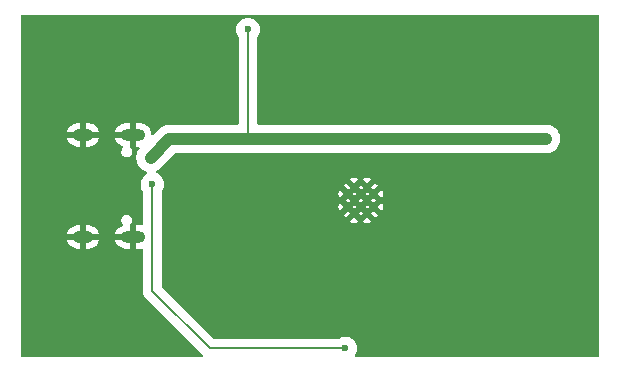
<source format=gbl>
%TF.GenerationSoftware,KiCad,Pcbnew,8.0.6*%
%TF.CreationDate,2024-12-09T16:08:49+11:00*%
%TF.ProjectId,PropellerLampMate,50726f70-656c-46c6-9572-4c616d704d61,rev?*%
%TF.SameCoordinates,Original*%
%TF.FileFunction,Copper,L2,Bot*%
%TF.FilePolarity,Positive*%
%FSLAX46Y46*%
G04 Gerber Fmt 4.6, Leading zero omitted, Abs format (unit mm)*
G04 Created by KiCad (PCBNEW 8.0.6) date 2024-12-09 16:08:49*
%MOMM*%
%LPD*%
G01*
G04 APERTURE LIST*
%TA.AperFunction,ComponentPad*%
%ADD10O,2.100000X1.000000*%
%TD*%
%TA.AperFunction,ComponentPad*%
%ADD11O,1.800000X1.000000*%
%TD*%
%TA.AperFunction,HeatsinkPad*%
%ADD12C,0.600000*%
%TD*%
%TA.AperFunction,ViaPad*%
%ADD13C,0.600000*%
%TD*%
%TA.AperFunction,Conductor*%
%ADD14C,0.200000*%
%TD*%
%TA.AperFunction,Conductor*%
%ADD15C,1.000000*%
%TD*%
G04 APERTURE END LIST*
D10*
%TO.P,J101,S1,SHIELD*%
%TO.N,GND*%
X152000000Y-53680000D03*
D11*
X147800000Y-53680000D03*
D10*
X152000000Y-62320000D03*
D11*
X147800000Y-62320000D03*
%TD*%
D12*
%TO.P,U104,19,GND*%
%TO.N,GND*%
X171850000Y-58110000D03*
X170750000Y-58110000D03*
X172400000Y-58660000D03*
X171300000Y-58660000D03*
X170200000Y-58660000D03*
X171850000Y-59210000D03*
X170750000Y-59210000D03*
X172400000Y-59760000D03*
X171300000Y-59760000D03*
X170200000Y-59760000D03*
X171850000Y-60310000D03*
X170750000Y-60310000D03*
%TD*%
D13*
%TO.N,GND*%
X161800001Y-55500000D03*
X176000000Y-45100000D03*
X188500000Y-63750000D03*
X187000000Y-64250000D03*
X171299265Y-45049265D03*
X181500000Y-71500000D03*
X177000000Y-71500000D03*
X165500000Y-48250000D03*
X180252936Y-69753154D03*
X158500000Y-60000000D03*
%TO.N,/USB_D+*%
X153653012Y-57850000D03*
X170000000Y-71750000D03*
%TO.N,+5V*%
X187000000Y-54000000D03*
X153500000Y-55600000D03*
X161750000Y-44750000D03*
%TD*%
D14*
%TO.N,/USB_D+*%
X153653012Y-66903012D02*
X153653012Y-57850000D01*
X170000000Y-71750000D02*
X158500000Y-71750000D01*
X158500000Y-71750000D02*
X153653012Y-66903012D01*
D15*
%TO.N,+5V*%
X183500000Y-54000000D02*
X155100000Y-54000000D01*
X187000000Y-54000000D02*
X183500000Y-54000000D01*
D14*
X161750000Y-44750000D02*
X161750000Y-54000000D01*
D15*
X155100000Y-54000000D02*
X153500000Y-55600000D01*
%TD*%
%TA.AperFunction,Conductor*%
%TO.N,GND*%
G36*
X161750227Y-43513807D02*
G01*
X161771986Y-43502672D01*
X161795091Y-43500500D01*
X191375500Y-43500500D01*
X191442539Y-43520185D01*
X191488294Y-43572989D01*
X191499500Y-43624500D01*
X191499500Y-72375500D01*
X191479815Y-72442539D01*
X191427011Y-72488294D01*
X191375500Y-72499500D01*
X170940301Y-72499500D01*
X170873262Y-72479815D01*
X170827507Y-72427011D01*
X170817563Y-72357853D01*
X170834172Y-72314516D01*
X170833039Y-72313911D01*
X170928811Y-72134733D01*
X170928811Y-72134732D01*
X170928814Y-72134727D01*
X170986024Y-71946132D01*
X171005341Y-71750000D01*
X170986024Y-71553868D01*
X170928814Y-71365273D01*
X170928811Y-71365269D01*
X170928811Y-71365266D01*
X170835913Y-71191467D01*
X170835909Y-71191460D01*
X170710883Y-71039116D01*
X170558539Y-70914090D01*
X170558532Y-70914086D01*
X170384733Y-70821188D01*
X170384727Y-70821186D01*
X170196132Y-70763976D01*
X170196129Y-70763975D01*
X170000000Y-70744659D01*
X169803870Y-70763975D01*
X169615266Y-70821188D01*
X169441467Y-70914086D01*
X169441465Y-70914087D01*
X169437276Y-70917525D01*
X169432612Y-70921352D01*
X169368304Y-70948666D01*
X169353947Y-70949500D01*
X158882940Y-70949500D01*
X158815901Y-70929815D01*
X158795259Y-70913181D01*
X154489831Y-66607753D01*
X154456346Y-66546430D01*
X154453512Y-66520072D01*
X154453512Y-61026660D01*
X170386892Y-61026660D01*
X170386892Y-61026661D01*
X170400692Y-61035333D01*
X170400691Y-61035333D01*
X170570861Y-61094878D01*
X170749997Y-61115062D01*
X170750003Y-61115062D01*
X170929138Y-61094878D01*
X170929141Y-61094877D01*
X171099305Y-61035334D01*
X171099306Y-61035334D01*
X171113106Y-61026661D01*
X171113106Y-61026660D01*
X171486892Y-61026660D01*
X171486892Y-61026661D01*
X171500692Y-61035333D01*
X171500691Y-61035333D01*
X171670861Y-61094878D01*
X171849997Y-61115062D01*
X171850003Y-61115062D01*
X172029138Y-61094878D01*
X172029141Y-61094877D01*
X172199305Y-61035334D01*
X172199306Y-61035334D01*
X172213106Y-61026661D01*
X172213106Y-61026660D01*
X171850001Y-60663553D01*
X171850000Y-60663553D01*
X171486892Y-61026660D01*
X171113106Y-61026660D01*
X170750001Y-60663553D01*
X170750000Y-60663553D01*
X170386892Y-61026660D01*
X154453512Y-61026660D01*
X154453512Y-60476660D01*
X169836892Y-60476660D01*
X169836892Y-60476661D01*
X169850692Y-60485333D01*
X169850699Y-60485336D01*
X169923205Y-60510708D01*
X169979981Y-60551430D01*
X169999291Y-60586793D01*
X170024664Y-60659302D01*
X170033338Y-60673107D01*
X170396446Y-60310000D01*
X170376555Y-60290109D01*
X170650000Y-60290109D01*
X170650000Y-60329891D01*
X170665224Y-60366645D01*
X170693355Y-60394776D01*
X170730109Y-60410000D01*
X170769891Y-60410000D01*
X170806645Y-60394776D01*
X170834776Y-60366645D01*
X170850000Y-60329891D01*
X170850000Y-60309999D01*
X171103553Y-60309999D01*
X171300000Y-60506446D01*
X171496446Y-60310000D01*
X171476555Y-60290109D01*
X171750000Y-60290109D01*
X171750000Y-60329891D01*
X171765224Y-60366645D01*
X171793355Y-60394776D01*
X171830109Y-60410000D01*
X171869891Y-60410000D01*
X171906645Y-60394776D01*
X171934776Y-60366645D01*
X171950000Y-60329891D01*
X171950000Y-60310000D01*
X172203553Y-60310000D01*
X172566660Y-60673106D01*
X172566661Y-60673106D01*
X172575334Y-60659306D01*
X172575334Y-60659305D01*
X172600707Y-60586795D01*
X172641429Y-60530019D01*
X172676795Y-60510707D01*
X172749305Y-60485334D01*
X172749306Y-60485334D01*
X172763106Y-60476661D01*
X172763106Y-60476660D01*
X172400000Y-60113553D01*
X172334241Y-60179313D01*
X172334240Y-60179314D01*
X172203553Y-60310000D01*
X171950000Y-60310000D01*
X171950000Y-60290109D01*
X171934776Y-60253355D01*
X171906645Y-60225224D01*
X171869891Y-60210000D01*
X171830109Y-60210000D01*
X171793355Y-60225224D01*
X171765224Y-60253355D01*
X171750000Y-60290109D01*
X171476555Y-60290109D01*
X171365760Y-60179314D01*
X171300000Y-60113553D01*
X171234241Y-60179313D01*
X171234240Y-60179314D01*
X171103553Y-60309999D01*
X170850000Y-60309999D01*
X170850000Y-60290109D01*
X170834776Y-60253355D01*
X170806645Y-60225224D01*
X170769891Y-60210000D01*
X170730109Y-60210000D01*
X170693355Y-60225224D01*
X170665224Y-60253355D01*
X170650000Y-60290109D01*
X170376555Y-60290109D01*
X170199999Y-60113553D01*
X170199998Y-60113553D01*
X169836892Y-60476660D01*
X154453512Y-60476660D01*
X154453512Y-59759997D01*
X169394938Y-59759997D01*
X169394938Y-59760002D01*
X169415121Y-59939138D01*
X169474665Y-60109304D01*
X169483338Y-60123107D01*
X169846446Y-59760000D01*
X169846446Y-59759999D01*
X169826556Y-59740109D01*
X170100000Y-59740109D01*
X170100000Y-59779891D01*
X170115224Y-59816645D01*
X170143355Y-59844776D01*
X170180109Y-59860000D01*
X170219891Y-59860000D01*
X170256645Y-59844776D01*
X170284776Y-59816645D01*
X170300000Y-59779891D01*
X170300000Y-59760000D01*
X170553553Y-59760000D01*
X170599645Y-59806091D01*
X170750000Y-59956446D01*
X170946446Y-59760000D01*
X170926555Y-59740109D01*
X171200000Y-59740109D01*
X171200000Y-59779891D01*
X171215224Y-59816645D01*
X171243355Y-59844776D01*
X171280109Y-59860000D01*
X171319891Y-59860000D01*
X171356645Y-59844776D01*
X171384776Y-59816645D01*
X171400000Y-59779891D01*
X171400000Y-59760000D01*
X171653553Y-59760000D01*
X171699645Y-59806091D01*
X171850000Y-59956446D01*
X172046446Y-59760000D01*
X172026555Y-59740109D01*
X172300000Y-59740109D01*
X172300000Y-59779891D01*
X172315224Y-59816645D01*
X172343355Y-59844776D01*
X172380109Y-59860000D01*
X172419891Y-59860000D01*
X172456645Y-59844776D01*
X172484776Y-59816645D01*
X172500000Y-59779891D01*
X172500000Y-59760000D01*
X172753552Y-59760000D01*
X173116660Y-60123106D01*
X173116661Y-60123106D01*
X173125334Y-60109306D01*
X173125334Y-60109305D01*
X173184877Y-59939141D01*
X173184878Y-59939138D01*
X173205062Y-59760002D01*
X173205062Y-59759997D01*
X173184878Y-59580861D01*
X173125333Y-59410692D01*
X173116661Y-59396892D01*
X173116660Y-59396892D01*
X172753552Y-59760000D01*
X172500000Y-59760000D01*
X172500000Y-59740109D01*
X172484776Y-59703355D01*
X172456645Y-59675224D01*
X172419891Y-59660000D01*
X172380109Y-59660000D01*
X172343355Y-59675224D01*
X172315224Y-59703355D01*
X172300000Y-59740109D01*
X172026555Y-59740109D01*
X171915760Y-59629314D01*
X171850000Y-59563553D01*
X171784241Y-59629313D01*
X171784240Y-59629314D01*
X171653553Y-59760000D01*
X171400000Y-59760000D01*
X171400000Y-59740109D01*
X171384776Y-59703355D01*
X171356645Y-59675224D01*
X171319891Y-59660000D01*
X171280109Y-59660000D01*
X171243355Y-59675224D01*
X171215224Y-59703355D01*
X171200000Y-59740109D01*
X170926555Y-59740109D01*
X170815760Y-59629314D01*
X170750000Y-59563553D01*
X170684241Y-59629313D01*
X170684240Y-59629314D01*
X170553553Y-59760000D01*
X170300000Y-59760000D01*
X170300000Y-59740109D01*
X170284776Y-59703355D01*
X170256645Y-59675224D01*
X170219891Y-59660000D01*
X170180109Y-59660000D01*
X170143355Y-59675224D01*
X170115224Y-59703355D01*
X170100000Y-59740109D01*
X169826556Y-59740109D01*
X169483338Y-59396891D01*
X169483337Y-59396891D01*
X169474667Y-59410691D01*
X169474662Y-59410701D01*
X169415122Y-59580858D01*
X169415121Y-59580861D01*
X169394938Y-59759997D01*
X154453512Y-59759997D01*
X154453512Y-59210000D01*
X170003553Y-59210000D01*
X170003553Y-59210001D01*
X170199998Y-59406446D01*
X170199999Y-59406446D01*
X170350355Y-59256091D01*
X170396446Y-59210000D01*
X170376555Y-59190109D01*
X170650000Y-59190109D01*
X170650000Y-59229891D01*
X170665224Y-59266645D01*
X170693355Y-59294776D01*
X170730109Y-59310000D01*
X170769891Y-59310000D01*
X170806645Y-59294776D01*
X170834776Y-59266645D01*
X170850000Y-59229891D01*
X170850000Y-59210000D01*
X171103553Y-59210000D01*
X171149645Y-59256091D01*
X171300000Y-59406446D01*
X171496446Y-59210000D01*
X171476555Y-59190109D01*
X171750000Y-59190109D01*
X171750000Y-59229891D01*
X171765224Y-59266645D01*
X171793355Y-59294776D01*
X171830109Y-59310000D01*
X171869891Y-59310000D01*
X171906645Y-59294776D01*
X171934776Y-59266645D01*
X171950000Y-59229891D01*
X171950000Y-59210000D01*
X172203553Y-59210000D01*
X172249645Y-59256091D01*
X172400000Y-59406446D01*
X172596446Y-59210000D01*
X172400000Y-59013553D01*
X172334241Y-59079313D01*
X172334240Y-59079314D01*
X172203553Y-59210000D01*
X171950000Y-59210000D01*
X171950000Y-59190109D01*
X171934776Y-59153355D01*
X171906645Y-59125224D01*
X171869891Y-59110000D01*
X171830109Y-59110000D01*
X171793355Y-59125224D01*
X171765224Y-59153355D01*
X171750000Y-59190109D01*
X171476555Y-59190109D01*
X171365760Y-59079314D01*
X171300000Y-59013553D01*
X171234241Y-59079313D01*
X171234240Y-59079314D01*
X171103553Y-59210000D01*
X170850000Y-59210000D01*
X170850000Y-59190109D01*
X170834776Y-59153355D01*
X170806645Y-59125224D01*
X170769891Y-59110000D01*
X170730109Y-59110000D01*
X170693355Y-59125224D01*
X170665224Y-59153355D01*
X170650000Y-59190109D01*
X170376555Y-59190109D01*
X170199999Y-59013553D01*
X170003553Y-59210000D01*
X154453512Y-59210000D01*
X154453512Y-58659997D01*
X169394938Y-58659997D01*
X169394938Y-58660002D01*
X169415121Y-58839138D01*
X169474665Y-59009304D01*
X169483338Y-59023107D01*
X169846446Y-58660000D01*
X169846446Y-58659999D01*
X169826556Y-58640109D01*
X170100000Y-58640109D01*
X170100000Y-58679891D01*
X170115224Y-58716645D01*
X170143355Y-58744776D01*
X170180109Y-58760000D01*
X170219891Y-58760000D01*
X170256645Y-58744776D01*
X170284776Y-58716645D01*
X170300000Y-58679891D01*
X170300000Y-58660000D01*
X170553553Y-58660000D01*
X170599645Y-58706091D01*
X170750000Y-58856446D01*
X170946446Y-58660000D01*
X170926555Y-58640109D01*
X171200000Y-58640109D01*
X171200000Y-58679891D01*
X171215224Y-58716645D01*
X171243355Y-58744776D01*
X171280109Y-58760000D01*
X171319891Y-58760000D01*
X171356645Y-58744776D01*
X171384776Y-58716645D01*
X171400000Y-58679891D01*
X171400000Y-58660000D01*
X171653553Y-58660000D01*
X171699645Y-58706091D01*
X171850000Y-58856446D01*
X172046446Y-58660000D01*
X172026555Y-58640109D01*
X172300000Y-58640109D01*
X172300000Y-58679891D01*
X172315224Y-58716645D01*
X172343355Y-58744776D01*
X172380109Y-58760000D01*
X172419891Y-58760000D01*
X172456645Y-58744776D01*
X172484776Y-58716645D01*
X172500000Y-58679891D01*
X172500000Y-58660000D01*
X172753552Y-58660000D01*
X173116660Y-59023106D01*
X173116661Y-59023106D01*
X173125334Y-59009306D01*
X173125334Y-59009305D01*
X173184877Y-58839141D01*
X173184878Y-58839138D01*
X173205062Y-58660002D01*
X173205062Y-58659997D01*
X173184878Y-58480861D01*
X173125333Y-58310692D01*
X173116661Y-58296892D01*
X173116660Y-58296892D01*
X172753552Y-58660000D01*
X172500000Y-58660000D01*
X172500000Y-58640109D01*
X172484776Y-58603355D01*
X172456645Y-58575224D01*
X172419891Y-58560000D01*
X172380109Y-58560000D01*
X172343355Y-58575224D01*
X172315224Y-58603355D01*
X172300000Y-58640109D01*
X172026555Y-58640109D01*
X171915760Y-58529314D01*
X171850000Y-58463553D01*
X171784241Y-58529313D01*
X171784240Y-58529314D01*
X171653553Y-58660000D01*
X171400000Y-58660000D01*
X171400000Y-58640109D01*
X171384776Y-58603355D01*
X171356645Y-58575224D01*
X171319891Y-58560000D01*
X171280109Y-58560000D01*
X171243355Y-58575224D01*
X171215224Y-58603355D01*
X171200000Y-58640109D01*
X170926555Y-58640109D01*
X170815760Y-58529314D01*
X170750000Y-58463553D01*
X170684241Y-58529313D01*
X170684240Y-58529314D01*
X170553553Y-58660000D01*
X170300000Y-58660000D01*
X170300000Y-58640109D01*
X170284776Y-58603355D01*
X170256645Y-58575224D01*
X170219891Y-58560000D01*
X170180109Y-58560000D01*
X170143355Y-58575224D01*
X170115224Y-58603355D01*
X170100000Y-58640109D01*
X169826556Y-58640109D01*
X169483338Y-58296891D01*
X169483337Y-58296891D01*
X169474667Y-58310691D01*
X169474662Y-58310701D01*
X169415122Y-58480858D01*
X169415121Y-58480861D01*
X169394938Y-58659997D01*
X154453512Y-58659997D01*
X154453512Y-58496052D01*
X154473197Y-58429013D01*
X154481655Y-58417392D01*
X154488922Y-58408538D01*
X154581826Y-58234727D01*
X154639036Y-58046132D01*
X154649160Y-57943338D01*
X169836891Y-57943338D01*
X170199998Y-58306446D01*
X170348395Y-58158051D01*
X170396446Y-58109998D01*
X170376557Y-58090109D01*
X170650000Y-58090109D01*
X170650000Y-58129891D01*
X170665224Y-58166645D01*
X170693355Y-58194776D01*
X170730109Y-58210000D01*
X170769891Y-58210000D01*
X170806645Y-58194776D01*
X170834776Y-58166645D01*
X170850000Y-58129891D01*
X170850000Y-58109999D01*
X171103553Y-58109999D01*
X171300000Y-58306446D01*
X171448393Y-58158053D01*
X171496446Y-58109998D01*
X171476557Y-58090109D01*
X171750000Y-58090109D01*
X171750000Y-58129891D01*
X171765224Y-58166645D01*
X171793355Y-58194776D01*
X171830109Y-58210000D01*
X171869891Y-58210000D01*
X171906645Y-58194776D01*
X171934776Y-58166645D01*
X171950000Y-58129891D01*
X171950000Y-58109998D01*
X172203553Y-58109998D01*
X172203553Y-58109999D01*
X172400000Y-58306446D01*
X172400001Y-58306446D01*
X172763107Y-57943338D01*
X172749302Y-57934664D01*
X172676793Y-57909291D01*
X172620017Y-57868569D01*
X172600708Y-57833205D01*
X172575336Y-57760699D01*
X172575333Y-57760692D01*
X172566661Y-57746892D01*
X172566660Y-57746892D01*
X172203553Y-58109998D01*
X171950000Y-58109998D01*
X171950000Y-58090109D01*
X171934776Y-58053355D01*
X171906645Y-58025224D01*
X171869891Y-58010000D01*
X171830109Y-58010000D01*
X171793355Y-58025224D01*
X171765224Y-58053355D01*
X171750000Y-58090109D01*
X171476557Y-58090109D01*
X171300001Y-57913553D01*
X171103553Y-58109999D01*
X170850000Y-58109999D01*
X170850000Y-58090109D01*
X170834776Y-58053355D01*
X170806645Y-58025224D01*
X170769891Y-58010000D01*
X170730109Y-58010000D01*
X170693355Y-58025224D01*
X170665224Y-58053355D01*
X170650000Y-58090109D01*
X170376557Y-58090109D01*
X170033338Y-57746891D01*
X170024664Y-57760695D01*
X170024659Y-57760705D01*
X169999291Y-57833205D01*
X169958569Y-57889981D01*
X169923205Y-57909291D01*
X169850705Y-57934659D01*
X169850695Y-57934664D01*
X169836891Y-57943338D01*
X154649160Y-57943338D01*
X154658353Y-57850000D01*
X154639036Y-57653868D01*
X154581826Y-57465273D01*
X154581823Y-57465269D01*
X154581823Y-57465266D01*
X154543376Y-57393337D01*
X170386891Y-57393337D01*
X170386891Y-57393338D01*
X170750000Y-57756446D01*
X170750001Y-57756446D01*
X171113107Y-57393338D01*
X171113105Y-57393337D01*
X171486891Y-57393337D01*
X171486891Y-57393338D01*
X171850000Y-57756446D01*
X171850001Y-57756446D01*
X172213107Y-57393338D01*
X172199304Y-57384665D01*
X172029138Y-57325121D01*
X171850003Y-57304938D01*
X171849997Y-57304938D01*
X171670861Y-57325121D01*
X171670858Y-57325122D01*
X171500701Y-57384662D01*
X171500691Y-57384667D01*
X171486891Y-57393337D01*
X171113105Y-57393337D01*
X171099304Y-57384665D01*
X170929138Y-57325121D01*
X170750003Y-57304938D01*
X170749997Y-57304938D01*
X170570861Y-57325121D01*
X170570858Y-57325122D01*
X170400701Y-57384662D01*
X170400691Y-57384667D01*
X170386891Y-57393337D01*
X154543376Y-57393337D01*
X154488925Y-57291467D01*
X154488921Y-57291460D01*
X154363895Y-57139116D01*
X154211551Y-57014090D01*
X154211544Y-57014086D01*
X154037742Y-56921187D01*
X154027480Y-56918074D01*
X153969042Y-56879775D01*
X153940587Y-56815962D01*
X153951149Y-56746896D01*
X153997374Y-56694503D01*
X154007174Y-56688934D01*
X154129199Y-56626760D01*
X154282074Y-56515690D01*
X155560944Y-55236818D01*
X155622267Y-55203334D01*
X155648625Y-55200500D01*
X187094486Y-55200500D01*
X187281118Y-55170940D01*
X187460832Y-55112547D01*
X187629199Y-55026760D01*
X187782073Y-54915690D01*
X187915690Y-54782073D01*
X188026760Y-54629199D01*
X188112547Y-54460832D01*
X188170940Y-54281118D01*
X188200500Y-54094486D01*
X188200500Y-53905513D01*
X188170940Y-53718881D01*
X188142030Y-53629908D01*
X188112547Y-53539168D01*
X188112545Y-53539165D01*
X188112545Y-53539163D01*
X188035685Y-53388318D01*
X188026760Y-53370801D01*
X187915690Y-53217927D01*
X187782073Y-53084310D01*
X187629199Y-52973240D01*
X187460836Y-52887454D01*
X187281118Y-52829059D01*
X187094486Y-52799500D01*
X187094481Y-52799500D01*
X183594481Y-52799500D01*
X162674500Y-52799500D01*
X162607461Y-52779815D01*
X162561706Y-52727011D01*
X162550500Y-52675500D01*
X162550500Y-45396052D01*
X162570185Y-45329013D01*
X162578643Y-45317392D01*
X162585910Y-45308538D01*
X162678814Y-45134727D01*
X162736024Y-44946132D01*
X162755341Y-44750000D01*
X162736024Y-44553868D01*
X162678814Y-44365273D01*
X162678811Y-44365269D01*
X162678811Y-44365266D01*
X162585913Y-44191467D01*
X162585909Y-44191460D01*
X162460883Y-44039116D01*
X162308539Y-43914090D01*
X162308532Y-43914086D01*
X162134733Y-43821188D01*
X162134727Y-43821186D01*
X161946132Y-43763976D01*
X161946129Y-43763975D01*
X161782937Y-43747903D01*
X161752242Y-43735508D01*
X161739844Y-43743477D01*
X161717063Y-43747903D01*
X161553870Y-43763975D01*
X161365266Y-43821188D01*
X161191467Y-43914086D01*
X161191460Y-43914090D01*
X161039116Y-44039116D01*
X160914090Y-44191460D01*
X160914086Y-44191467D01*
X160821188Y-44365266D01*
X160763975Y-44553870D01*
X160744659Y-44750000D01*
X160763975Y-44946129D01*
X160821187Y-45134730D01*
X160914090Y-45308538D01*
X160921350Y-45317385D01*
X160948666Y-45381691D01*
X160949500Y-45396052D01*
X160949500Y-52675500D01*
X160929815Y-52742539D01*
X160877011Y-52788294D01*
X160825500Y-52799500D01*
X155005514Y-52799500D01*
X154818881Y-52829059D01*
X154639163Y-52887454D01*
X154470800Y-52973240D01*
X154383579Y-53036610D01*
X154317927Y-53084310D01*
X154317925Y-53084312D01*
X154317923Y-53084312D01*
X153758956Y-53643279D01*
X153697633Y-53676764D01*
X153627941Y-53671780D01*
X153572008Y-53629908D01*
X153549658Y-53579789D01*
X153511572Y-53388318D01*
X153511569Y-53388306D01*
X153436192Y-53206328D01*
X153436185Y-53206315D01*
X153326751Y-53042537D01*
X153326748Y-53042533D01*
X153187466Y-52903251D01*
X153187462Y-52903248D01*
X153023684Y-52793814D01*
X153023671Y-52793807D01*
X152841693Y-52718430D01*
X152841681Y-52718427D01*
X152648495Y-52680000D01*
X152250000Y-52680000D01*
X152250000Y-53380000D01*
X151750000Y-53380000D01*
X151750000Y-52680000D01*
X151351504Y-52680000D01*
X151158318Y-52718427D01*
X151158306Y-52718430D01*
X150976328Y-52793807D01*
X150976315Y-52793814D01*
X150812537Y-52903248D01*
X150812533Y-52903251D01*
X150673251Y-53042533D01*
X150673248Y-53042537D01*
X150563814Y-53206315D01*
X150563807Y-53206328D01*
X150488430Y-53388307D01*
X150488430Y-53388309D01*
X150480138Y-53430000D01*
X151283012Y-53430000D01*
X151265795Y-53439940D01*
X151209940Y-53495795D01*
X151170444Y-53564204D01*
X151150000Y-53640504D01*
X151150000Y-53719496D01*
X151170444Y-53795796D01*
X151209940Y-53864205D01*
X151265795Y-53920060D01*
X151283012Y-53930000D01*
X150480138Y-53930000D01*
X150488430Y-53971690D01*
X150488430Y-53971692D01*
X150563807Y-54153671D01*
X150563814Y-54153684D01*
X150673248Y-54317462D01*
X150673251Y-54317466D01*
X150812533Y-54456748D01*
X150812537Y-54456751D01*
X150976315Y-54566185D01*
X150976319Y-54566187D01*
X151070055Y-54605013D01*
X151124459Y-54648854D01*
X151146524Y-54715148D01*
X151129245Y-54782847D01*
X151110287Y-54807254D01*
X151099504Y-54818037D01*
X151036905Y-54926463D01*
X151036905Y-54926464D01*
X151004500Y-55047399D01*
X151004500Y-55172601D01*
X151036905Y-55293536D01*
X151099505Y-55401964D01*
X151188036Y-55490495D01*
X151296464Y-55553095D01*
X151417399Y-55585500D01*
X151417401Y-55585500D01*
X151542599Y-55585500D01*
X151542601Y-55585500D01*
X151663536Y-55553095D01*
X151771964Y-55490495D01*
X151860495Y-55401964D01*
X151923095Y-55293536D01*
X151955500Y-55172601D01*
X151955500Y-55047399D01*
X151923095Y-54926464D01*
X151860495Y-54818036D01*
X151786319Y-54743860D01*
X151752834Y-54682537D01*
X151750000Y-54656179D01*
X151750000Y-53980000D01*
X152250000Y-53980000D01*
X152250000Y-54680000D01*
X152441155Y-54680000D01*
X152508194Y-54699685D01*
X152553949Y-54752489D01*
X152563893Y-54821647D01*
X152541473Y-54876885D01*
X152473242Y-54970797D01*
X152387454Y-55139163D01*
X152329059Y-55318881D01*
X152299500Y-55505513D01*
X152299500Y-55694486D01*
X152329059Y-55881118D01*
X152387454Y-56060836D01*
X152473240Y-56229199D01*
X152584310Y-56382074D01*
X152717926Y-56515690D01*
X152870801Y-56626760D01*
X152950347Y-56667290D01*
X153039163Y-56712545D01*
X153039165Y-56712545D01*
X153039168Y-56712547D01*
X153131525Y-56742556D01*
X153147440Y-56747727D01*
X153205115Y-56787165D01*
X153232313Y-56851524D01*
X153220398Y-56920370D01*
X153173153Y-56971846D01*
X153167575Y-56975016D01*
X153094475Y-57014088D01*
X153094472Y-57014090D01*
X152942128Y-57139116D01*
X152817102Y-57291460D01*
X152817098Y-57291467D01*
X152724200Y-57465266D01*
X152666987Y-57653870D01*
X152647671Y-57850000D01*
X152666987Y-58046129D01*
X152724199Y-58234730D01*
X152764802Y-58310692D01*
X152817102Y-58408538D01*
X152824362Y-58417385D01*
X152851678Y-58481691D01*
X152852512Y-58496052D01*
X152852512Y-61209487D01*
X152832827Y-61276526D01*
X152780023Y-61322281D01*
X152710865Y-61332225D01*
X152704322Y-61331105D01*
X152648490Y-61320000D01*
X152250000Y-61320000D01*
X152250000Y-62020000D01*
X151750000Y-62020000D01*
X151750000Y-61343821D01*
X151769685Y-61276782D01*
X151786319Y-61256140D01*
X151788393Y-61254066D01*
X151860495Y-61181964D01*
X151923095Y-61073536D01*
X151955500Y-60952601D01*
X151955500Y-60827399D01*
X151923095Y-60706464D01*
X151860495Y-60598036D01*
X151771964Y-60509505D01*
X151663536Y-60446905D01*
X151663537Y-60446905D01*
X151623224Y-60436103D01*
X151542601Y-60414500D01*
X151417399Y-60414500D01*
X151336775Y-60436103D01*
X151296463Y-60446905D01*
X151188037Y-60509504D01*
X151188034Y-60509506D01*
X151099506Y-60598034D01*
X151099504Y-60598037D01*
X151036905Y-60706463D01*
X151036905Y-60706464D01*
X151004500Y-60827399D01*
X151004500Y-60952601D01*
X151026669Y-61035334D01*
X151036905Y-61073536D01*
X151099504Y-61181962D01*
X151099506Y-61181965D01*
X151110284Y-61192743D01*
X151143769Y-61254066D01*
X151138785Y-61323758D01*
X151096913Y-61379691D01*
X151070056Y-61394985D01*
X150976324Y-61433809D01*
X150976315Y-61433814D01*
X150812537Y-61543248D01*
X150812533Y-61543251D01*
X150673251Y-61682533D01*
X150673248Y-61682537D01*
X150563814Y-61846315D01*
X150563807Y-61846328D01*
X150488430Y-62028307D01*
X150488430Y-62028309D01*
X150480138Y-62070000D01*
X151283012Y-62070000D01*
X151265795Y-62079940D01*
X151209940Y-62135795D01*
X151170444Y-62204204D01*
X151150000Y-62280504D01*
X151150000Y-62359496D01*
X151170444Y-62435796D01*
X151209940Y-62504205D01*
X151265795Y-62560060D01*
X151283012Y-62570000D01*
X150480138Y-62570000D01*
X150488430Y-62611690D01*
X150488430Y-62611692D01*
X150563807Y-62793671D01*
X150563814Y-62793684D01*
X150673248Y-62957462D01*
X150673251Y-62957466D01*
X150812533Y-63096748D01*
X150812537Y-63096751D01*
X150976315Y-63206185D01*
X150976328Y-63206192D01*
X151158306Y-63281569D01*
X151158318Y-63281572D01*
X151351504Y-63319999D01*
X151351508Y-63320000D01*
X151750000Y-63320000D01*
X151750000Y-62620000D01*
X152250000Y-62620000D01*
X152250000Y-63320000D01*
X152648492Y-63320000D01*
X152648492Y-63319999D01*
X152704320Y-63308895D01*
X152773912Y-63315122D01*
X152829089Y-63357985D01*
X152852334Y-63423875D01*
X152852512Y-63430512D01*
X152852512Y-66981858D01*
X152883273Y-67136501D01*
X152883276Y-67136513D01*
X152943614Y-67282184D01*
X152943621Y-67282197D01*
X153031222Y-67413300D01*
X153031225Y-67413304D01*
X157878211Y-72260289D01*
X157905741Y-72287819D01*
X157939226Y-72349142D01*
X157934242Y-72418834D01*
X157892370Y-72474767D01*
X157826906Y-72499184D01*
X157818060Y-72499500D01*
X142624500Y-72499500D01*
X142557461Y-72479815D01*
X142511706Y-72427011D01*
X142500500Y-72375500D01*
X142500500Y-62070000D01*
X146430138Y-62070000D01*
X147233012Y-62070000D01*
X147215795Y-62079940D01*
X147159940Y-62135795D01*
X147120444Y-62204204D01*
X147100000Y-62280504D01*
X147100000Y-62359496D01*
X147120444Y-62435796D01*
X147159940Y-62504205D01*
X147215795Y-62560060D01*
X147233012Y-62570000D01*
X146430138Y-62570000D01*
X146438430Y-62611690D01*
X146438430Y-62611692D01*
X146513807Y-62793671D01*
X146513814Y-62793684D01*
X146623248Y-62957462D01*
X146623251Y-62957466D01*
X146762533Y-63096748D01*
X146762537Y-63096751D01*
X146926315Y-63206185D01*
X146926328Y-63206192D01*
X147108306Y-63281569D01*
X147108318Y-63281572D01*
X147301504Y-63319999D01*
X147301508Y-63320000D01*
X147550000Y-63320000D01*
X147550000Y-62620000D01*
X148050000Y-62620000D01*
X148050000Y-63320000D01*
X148298492Y-63320000D01*
X148298495Y-63319999D01*
X148491681Y-63281572D01*
X148491693Y-63281569D01*
X148673671Y-63206192D01*
X148673684Y-63206185D01*
X148837462Y-63096751D01*
X148837466Y-63096748D01*
X148976748Y-62957466D01*
X148976751Y-62957462D01*
X149086185Y-62793684D01*
X149086192Y-62793671D01*
X149161569Y-62611692D01*
X149161569Y-62611690D01*
X149169862Y-62570000D01*
X148366988Y-62570000D01*
X148384205Y-62560060D01*
X148440060Y-62504205D01*
X148479556Y-62435796D01*
X148500000Y-62359496D01*
X148500000Y-62280504D01*
X148479556Y-62204204D01*
X148440060Y-62135795D01*
X148384205Y-62079940D01*
X148366988Y-62070000D01*
X149169862Y-62070000D01*
X149161569Y-62028309D01*
X149161569Y-62028307D01*
X149086192Y-61846328D01*
X149086185Y-61846315D01*
X148976751Y-61682537D01*
X148976748Y-61682533D01*
X148837466Y-61543251D01*
X148837462Y-61543248D01*
X148673684Y-61433814D01*
X148673671Y-61433807D01*
X148491693Y-61358430D01*
X148491681Y-61358427D01*
X148298495Y-61320000D01*
X148050000Y-61320000D01*
X148050000Y-62020000D01*
X147550000Y-62020000D01*
X147550000Y-61320000D01*
X147301504Y-61320000D01*
X147108318Y-61358427D01*
X147108306Y-61358430D01*
X146926328Y-61433807D01*
X146926315Y-61433814D01*
X146762537Y-61543248D01*
X146762533Y-61543251D01*
X146623251Y-61682533D01*
X146623248Y-61682537D01*
X146513814Y-61846315D01*
X146513807Y-61846328D01*
X146438430Y-62028307D01*
X146438430Y-62028309D01*
X146430138Y-62070000D01*
X142500500Y-62070000D01*
X142500500Y-53430000D01*
X146430138Y-53430000D01*
X147233012Y-53430000D01*
X147215795Y-53439940D01*
X147159940Y-53495795D01*
X147120444Y-53564204D01*
X147100000Y-53640504D01*
X147100000Y-53719496D01*
X147120444Y-53795796D01*
X147159940Y-53864205D01*
X147215795Y-53920060D01*
X147233012Y-53930000D01*
X146430138Y-53930000D01*
X146438430Y-53971690D01*
X146438430Y-53971692D01*
X146513807Y-54153671D01*
X146513814Y-54153684D01*
X146623248Y-54317462D01*
X146623251Y-54317466D01*
X146762533Y-54456748D01*
X146762537Y-54456751D01*
X146926315Y-54566185D01*
X146926328Y-54566192D01*
X147108306Y-54641569D01*
X147108318Y-54641572D01*
X147301504Y-54679999D01*
X147301508Y-54680000D01*
X147550000Y-54680000D01*
X147550000Y-53980000D01*
X148050000Y-53980000D01*
X148050000Y-54680000D01*
X148298492Y-54680000D01*
X148298495Y-54679999D01*
X148491681Y-54641572D01*
X148491693Y-54641569D01*
X148673671Y-54566192D01*
X148673684Y-54566185D01*
X148837462Y-54456751D01*
X148837466Y-54456748D01*
X148976748Y-54317466D01*
X148976751Y-54317462D01*
X149086185Y-54153684D01*
X149086192Y-54153671D01*
X149161569Y-53971692D01*
X149161569Y-53971690D01*
X149169862Y-53930000D01*
X148366988Y-53930000D01*
X148384205Y-53920060D01*
X148440060Y-53864205D01*
X148479556Y-53795796D01*
X148500000Y-53719496D01*
X148500000Y-53640504D01*
X148479556Y-53564204D01*
X148440060Y-53495795D01*
X148384205Y-53439940D01*
X148366988Y-53430000D01*
X149169862Y-53430000D01*
X149161569Y-53388309D01*
X149161569Y-53388307D01*
X149086192Y-53206328D01*
X149086185Y-53206315D01*
X148976751Y-53042537D01*
X148976748Y-53042533D01*
X148837466Y-52903251D01*
X148837462Y-52903248D01*
X148673684Y-52793814D01*
X148673671Y-52793807D01*
X148491693Y-52718430D01*
X148491681Y-52718427D01*
X148298495Y-52680000D01*
X148050000Y-52680000D01*
X148050000Y-53380000D01*
X147550000Y-53380000D01*
X147550000Y-52680000D01*
X147301504Y-52680000D01*
X147108318Y-52718427D01*
X147108306Y-52718430D01*
X146926328Y-52793807D01*
X146926315Y-52793814D01*
X146762537Y-52903248D01*
X146762533Y-52903251D01*
X146623251Y-53042533D01*
X146623248Y-53042537D01*
X146513814Y-53206315D01*
X146513807Y-53206328D01*
X146438430Y-53388307D01*
X146438430Y-53388309D01*
X146430138Y-53430000D01*
X142500500Y-53430000D01*
X142500500Y-43624500D01*
X142520185Y-43557461D01*
X142572989Y-43511706D01*
X142624500Y-43500500D01*
X161704909Y-43500500D01*
X161750227Y-43513807D01*
G37*
%TD.AperFunction*%
%TD*%
M02*

</source>
